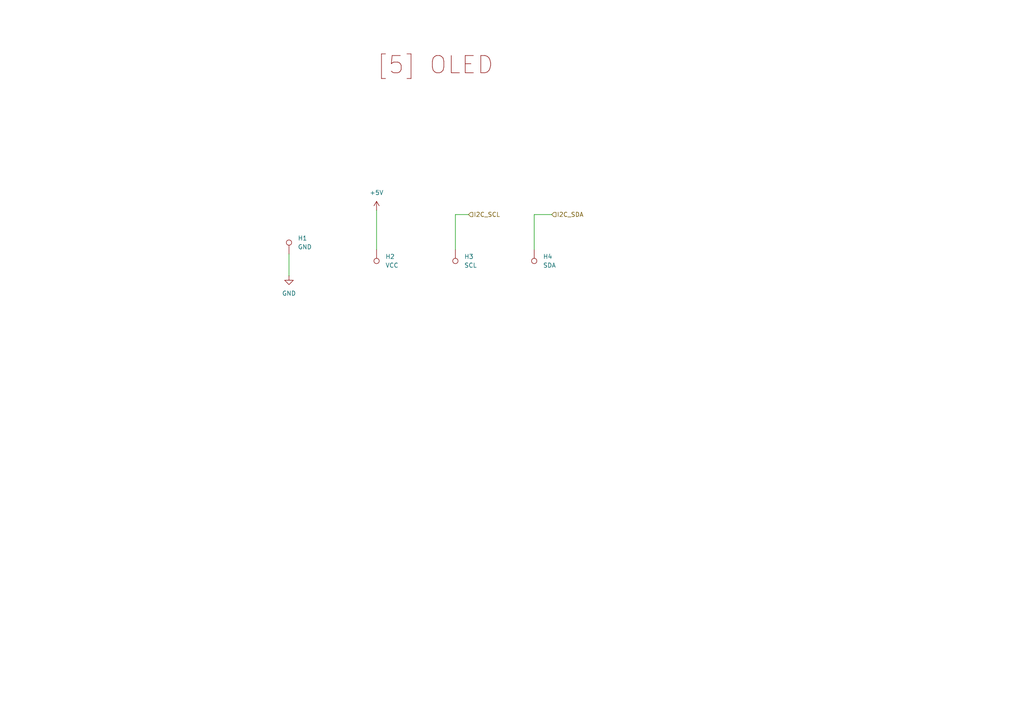
<source format=kicad_sch>
(kicad_sch (version 20231120) (generator "eeschema") (generator_version "8.0")
  (paper "A4")
  (lib_symbols
    (symbol "Connector:TestPoint" (pin_numbers hide) (pin_names (offset 0.762) hide)
      (property "Reference" "TP" (at 0 6.858 0))
      (property "Value" "TestPoint" (at 0 5.08 0))
      (symbol "TestPoint_0_1"
        (circle (center 0 3.302) (radius 0.762))
      )
      (symbol "TestPoint_1_1"
        (pin passive line (at 0 0 90) (length 2.54) (name "1") (number "1"))
      )
    )
    (symbol "power:+5V" (power) (pin_numbers hide) (pin_names (offset 0) hide)
      (property "Value" "+5V" (at 0 3.556 0))
      (symbol "+5V_0_1"
        (polyline (pts (xy -0.762 1.27) (xy 0 2.54)))
        (polyline (pts (xy 0 0) (xy 0 2.54)))
        (polyline (pts (xy 0 2.54) (xy 0.762 1.27)))
      )
      (symbol "+5V_1_1"
        (pin power_in line (at 0 0 90) (length 0) (name "~") (number "1"))
      )
    )
    (symbol "power:GND" (power) (pin_numbers hide) (pin_names (offset 0) hide)
      (property "Value" "GND" (at 0 -3.81 0))
      (symbol "GND_0_1"
        (polyline (pts (xy 0 0) (xy 0 -1.27) (xy 1.27 -1.27) (xy 0 -2.54) (xy -1.27 -1.27) (xy 0 -1.27)))
      )
      (symbol "GND_1_1"
        (pin power_in line (at 0 0 270) (length 0) (name "~") (number "1"))
      )
    )
  )
  (wire (pts (xy 132.08 62.23) (xy 132.08 72.39)))
  (wire (pts (xy 109.22 60.96) (xy 109.22 72.39)))
  (wire (pts (xy 83.82 73.66) (xy 83.82 80.01)))
  (wire (pts (xy 154.94 62.23) (xy 154.94 72.39)))
  (wire (pts (xy 132.08 62.23) (xy 135.89 62.23)))
  (wire (pts (xy 154.94 62.23) (xy 160.02 62.23)))
  (text "[5] OLED\n" (at 126.238 19.05 0) (effects (font (size 5 5))))
  (hierarchical_label "I2C_SDA" (shape input) (at 160.02 62.23 0))
  (hierarchical_label "I2C_SCL" (shape input) (at 135.89 62.23 0))
  (symbol (lib_id "power:+5V") (at 109.22 60.96 0) (unit 1)
    (property "Reference" "#PWR041" (effects (hide yes)))
    (property "Value" "+5V" (at 109.22 55.88 0))
    (property "Description" "Power symbol creates a global label with name \"+5V\"" (effects (hide yes)))
  )
  (symbol (lib_id "Connector:TestPoint") (at 83.82 73.66 0) (unit 1)
    (property "Reference" "H1" (at 86.36 69.0879 0) (effects (justify left)))
    (property "Value" "GND" (at 86.36 71.6279 0) (effects (justify left)))
    (property "Footprint" "TestPoint:TestPoint_THTPad_D1.5mm_Drill0.7mm" (effects (hide yes)))
    (property "Description" "test point" (effects (hide yes)))
  )
  (symbol (lib_id "Connector:TestPoint") (at 109.22 72.39 180) (unit 1)
    (property "Reference" "H2" (at 111.76 74.4219 0) (effects (justify right)))
    (property "Value" "VCC" (at 111.76 76.9619 0) (effects (justify right)))
    (property "Footprint" "TestPoint:TestPoint_THTPad_D1.5mm_Drill0.7mm" (effects (hide yes)))
    (property "Description" "test point" (effects (hide yes)))
  )
  (symbol (lib_id "power:GND") (at 83.82 80.01 0) (unit 1)
    (property "Reference" "#PWR07" (effects (hide yes)))
    (property "Value" "GND" (at 83.82 85.09 0))
    (property "Description" "Power symbol creates a global label with name \"GND\" , ground" (effects (hide yes)))
  )
  (symbol (lib_id "Connector:TestPoint") (at 132.08 72.39 180) (unit 1)
    (property "Reference" "H3" (at 134.62 74.4219 0) (effects (justify right)))
    (property "Value" "SCL" (at 134.62 76.9619 0) (effects (justify right)))
    (property "Footprint" "TestPoint:TestPoint_THTPad_D1.5mm_Drill0.7mm" (effects (hide yes)))
    (property "Description" "test point" (effects (hide yes)))
  )
  (symbol (lib_id "Connector:TestPoint") (at 154.94 72.39 180) (unit 1)
    (property "Reference" "H4" (at 157.48 74.4219 0) (effects (justify right)))
    (property "Value" "SDA" (at 157.48 76.9619 0) (effects (justify right)))
    (property "Footprint" "TestPoint:TestPoint_THTPad_D1.5mm_Drill0.7mm" (effects (hide yes)))
    (property "Description" "test point" (effects (hide yes)))
  )
)
</source>
